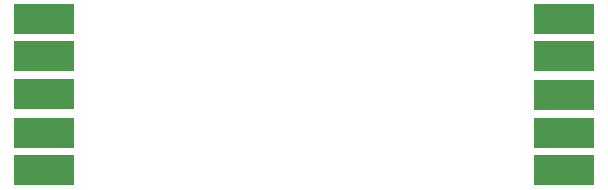
<source format=gtp>
G04*
G04 #@! TF.GenerationSoftware,Altium Limited,Altium Designer,24.4.1 (13)*
G04*
G04 Layer_Color=8421504*
%FSLAX44Y44*%
%MOMM*%
G71*
G04*
G04 #@! TF.SameCoordinates,D7BC8E67-6F73-4DDD-AC20-A832C9EBA58C*
G04*
G04*
G04 #@! TF.FilePolarity,Positive*
G04*
G01*
G75*
%ADD14R,5.0800X2.5400*%
D14*
X780000Y971750D02*
D03*
Y940000D02*
D03*
Y1004770D02*
D03*
Y1036520D02*
D03*
Y1068270D02*
D03*
X1220000Y971750D02*
D03*
Y1003500D02*
D03*
Y1068270D02*
D03*
Y940000D02*
D03*
Y1036520D02*
D03*
M02*

</source>
